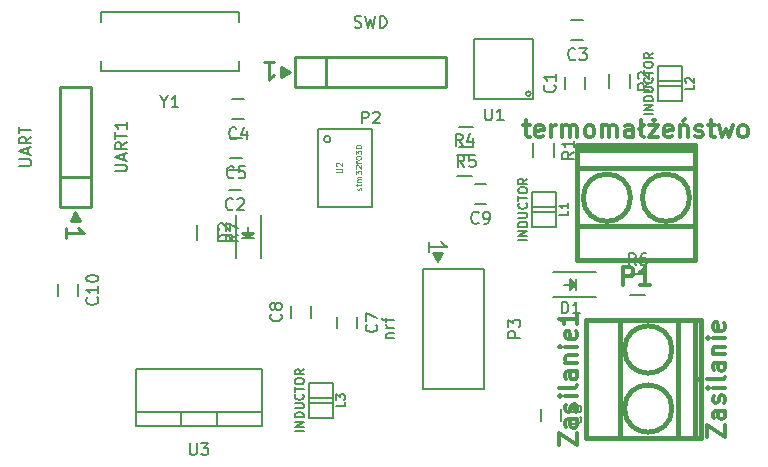
<source format=gbr>
G04 #@! TF.FileFunction,Legend,Top*
%FSLAX46Y46*%
G04 Gerber Fmt 4.6, Leading zero omitted, Abs format (unit mm)*
G04 Created by KiCad (PCBNEW 4.0.4-stable) date 11/15/16 10:44:39*
%MOMM*%
%LPD*%
G01*
G04 APERTURE LIST*
%ADD10C,0.100000*%
%ADD11C,0.381000*%
%ADD12C,0.127000*%
%ADD13C,0.150000*%
%ADD14C,0.149860*%
%ADD15C,0.254000*%
%ADD16C,0.198120*%
%ADD17C,0.300000*%
%ADD18C,0.099060*%
%ADD19C,0.195580*%
G04 APERTURE END LIST*
D10*
D11*
X175900000Y-110700000D02*
X176400000Y-110700000D01*
X173900000Y-108200000D02*
G75*
G03X173900000Y-108200000I-2000000J0D01*
G01*
X173900000Y-113200000D02*
G75*
G03X173900000Y-113200000I-2000000J0D01*
G01*
X174400000Y-115700000D02*
X174400000Y-105700000D01*
X169500000Y-115700000D02*
X169500000Y-105700000D01*
X175900000Y-115700000D02*
X175900000Y-105700000D01*
X176400000Y-115700000D02*
X176400000Y-105700000D01*
X176400000Y-105700000D02*
X166600000Y-105700000D01*
X166600000Y-105700000D02*
X166600000Y-115700000D01*
X166600000Y-115700000D02*
X176400000Y-115700000D01*
D12*
X148536000Y-96102000D02*
X148536000Y-89498000D01*
X148536000Y-89498000D02*
X143964000Y-89498000D01*
X143964000Y-89498000D02*
X143964000Y-96102000D01*
X143964000Y-96102000D02*
X148536000Y-96102000D01*
X145009981Y-90387000D02*
G75*
G03X145009981Y-90387000I-283981J0D01*
G01*
D13*
X164850000Y-85150000D02*
X164850000Y-86150000D01*
X166550000Y-86150000D02*
X166550000Y-85150000D01*
X136400000Y-94700000D02*
X137400000Y-94700000D01*
X137400000Y-93000000D02*
X136400000Y-93000000D01*
X165400000Y-82000000D02*
X166400000Y-82000000D01*
X166400000Y-80300000D02*
X165400000Y-80300000D01*
X136700000Y-88700000D02*
X137700000Y-88700000D01*
X137700000Y-87000000D02*
X136700000Y-87000000D01*
X136500000Y-92000000D02*
X137500000Y-92000000D01*
X137500000Y-90300000D02*
X136500000Y-90300000D01*
X164520000Y-114240000D02*
X164520000Y-113240000D01*
X162820000Y-113240000D02*
X162820000Y-114240000D01*
X147270000Y-106420000D02*
X147270000Y-105420000D01*
X145570000Y-105420000D02*
X145570000Y-106420000D01*
X157200000Y-95850000D02*
X158200000Y-95850000D01*
X158200000Y-94150000D02*
X157200000Y-94150000D01*
X167450000Y-101650000D02*
X163850000Y-101650000D01*
X167450000Y-103750000D02*
X163850000Y-103750000D01*
X165400000Y-103000000D02*
X165400000Y-102400000D01*
X165400000Y-102400000D02*
X165700000Y-102700000D01*
X165700000Y-102700000D02*
X165500000Y-102900000D01*
X165500000Y-102900000D02*
X165500000Y-102650000D01*
X165500000Y-102650000D02*
X165550000Y-102700000D01*
X165800000Y-103200000D02*
X165800000Y-102200000D01*
X165300000Y-102700000D02*
X164800000Y-102700000D01*
X165800000Y-102700000D02*
X165300000Y-103200000D01*
X165300000Y-103200000D02*
X165300000Y-102200000D01*
X165300000Y-102200000D02*
X165800000Y-102700000D01*
X139100000Y-100450000D02*
X139100000Y-96850000D01*
X137000000Y-100450000D02*
X137000000Y-96850000D01*
X137750000Y-98400000D02*
X138350000Y-98400000D01*
X138350000Y-98400000D02*
X138050000Y-98700000D01*
X138050000Y-98700000D02*
X137850000Y-98500000D01*
X137850000Y-98500000D02*
X138100000Y-98500000D01*
X138100000Y-98500000D02*
X138050000Y-98550000D01*
X137550000Y-98800000D02*
X138550000Y-98800000D01*
X138050000Y-98300000D02*
X138050000Y-97800000D01*
X138050000Y-98800000D02*
X137550000Y-98300000D01*
X137550000Y-98300000D02*
X138550000Y-98300000D01*
X138550000Y-98300000D02*
X138050000Y-98800000D01*
D14*
X162099240Y-96550660D02*
X164100760Y-96550660D01*
X164100760Y-96149340D02*
X162099240Y-96149340D01*
X164100760Y-94848860D02*
X164100760Y-97851140D01*
X164100760Y-97851140D02*
X162099240Y-97851140D01*
X162099240Y-97851140D02*
X162099240Y-94848860D01*
X162099240Y-94848860D02*
X164100760Y-94848860D01*
X172749240Y-85900660D02*
X174750760Y-85900660D01*
X174750760Y-85499340D02*
X172749240Y-85499340D01*
X174750760Y-84198860D02*
X174750760Y-87201140D01*
X174750760Y-87201140D02*
X172749240Y-87201140D01*
X172749240Y-87201140D02*
X172749240Y-84198860D01*
X172749240Y-84198860D02*
X174750760Y-84198860D01*
X143199240Y-112700660D02*
X145200760Y-112700660D01*
X145200760Y-112299340D02*
X143199240Y-112299340D01*
X145200760Y-110998860D02*
X145200760Y-114001140D01*
X145200760Y-114001140D02*
X143199240Y-114001140D01*
X143199240Y-114001140D02*
X143199240Y-110998860D01*
X143199240Y-110998860D02*
X145200760Y-110998860D01*
D11*
X170900000Y-91350000D02*
X170900000Y-90850000D01*
X170400000Y-95350000D02*
G75*
G03X170400000Y-95350000I-2000000J0D01*
G01*
X175400000Y-95350000D02*
G75*
G03X175400000Y-95350000I-2000000J0D01*
G01*
X175900000Y-92850000D02*
X165900000Y-92850000D01*
X175900000Y-97750000D02*
X165900000Y-97750000D01*
X175900000Y-91350000D02*
X165900000Y-91350000D01*
X175900000Y-90850000D02*
X165900000Y-90850000D01*
X165900000Y-90850000D02*
X165900000Y-100650000D01*
X165900000Y-100650000D02*
X175900000Y-100650000D01*
X175900000Y-100650000D02*
X175900000Y-90850000D01*
D15*
X144600000Y-83400000D02*
X144600000Y-86000000D01*
X154800000Y-86000000D02*
X142000000Y-86000000D01*
X142000000Y-86000000D02*
X142000000Y-83400000D01*
X142000000Y-83400000D02*
X154800000Y-83400000D01*
X154800000Y-83400000D02*
X154800000Y-86000000D01*
X139360000Y-83890000D02*
X139800000Y-83890000D01*
X140250000Y-84950000D02*
X140120000Y-85030000D01*
X140120000Y-85030000D02*
X139960000Y-85160000D01*
X139960000Y-85160000D02*
X139820000Y-85330000D01*
X139820000Y-85330000D02*
X139790000Y-85420000D01*
X139790000Y-85420000D02*
X139790000Y-83890000D01*
X139790000Y-83890000D02*
X140230000Y-83890000D01*
X141300000Y-84600000D02*
X141300000Y-84800000D01*
X141200000Y-84800000D02*
X141200000Y-84600000D01*
X141100000Y-84500000D02*
X141100000Y-84900000D01*
X141000000Y-84900000D02*
X141000000Y-84500000D01*
X140900000Y-84400000D02*
X140900000Y-85000000D01*
X141600000Y-84700000D02*
X140800000Y-84300000D01*
X140800000Y-84300000D02*
X140800000Y-85100000D01*
X140800000Y-85100000D02*
X141600000Y-84700000D01*
D16*
X152810000Y-111530000D02*
X152810000Y-101370000D01*
X158010000Y-101370000D02*
X158010000Y-111530000D01*
X152810000Y-111530000D02*
X158010000Y-111530000D01*
X158010000Y-101370000D02*
X152810000Y-101370000D01*
X153300000Y-99930000D02*
X153300000Y-99490000D01*
X154360000Y-99040000D02*
X154440000Y-99170000D01*
X154440000Y-99170000D02*
X154570000Y-99330000D01*
X154570000Y-99330000D02*
X154740000Y-99470000D01*
X154740000Y-99470000D02*
X154830000Y-99500000D01*
X154830000Y-99500000D02*
X153300000Y-99500000D01*
X153300000Y-99500000D02*
X153300000Y-99060000D01*
X154010000Y-100490000D02*
X154210000Y-100490000D01*
X154210000Y-100390000D02*
X154010000Y-100390000D01*
X153910000Y-100290000D02*
X154310000Y-100290000D01*
X154310000Y-100190000D02*
X153910000Y-100190000D01*
X153810000Y-100090000D02*
X154410000Y-100090000D01*
X154110000Y-100790000D02*
X153710000Y-99990000D01*
X153710000Y-99990000D02*
X154510000Y-99990000D01*
X154510000Y-99990000D02*
X154110000Y-100790000D01*
D13*
X162175000Y-91900000D02*
X162175000Y-90700000D01*
X163925000Y-90700000D02*
X163925000Y-91900000D01*
X168575000Y-86100000D02*
X168575000Y-84900000D01*
X170325000Y-84900000D02*
X170325000Y-86100000D01*
X156950000Y-93475000D02*
X155750000Y-93475000D01*
X155750000Y-91725000D02*
X156950000Y-91725000D01*
X155900000Y-89325000D02*
X157100000Y-89325000D01*
X157100000Y-91075000D02*
X155900000Y-91075000D01*
X171600000Y-103575000D02*
X170400000Y-103575000D01*
X170400000Y-101825000D02*
X171600000Y-101825000D01*
X133725000Y-98900000D02*
X133725000Y-97700000D01*
X135475000Y-97700000D02*
X135475000Y-98900000D01*
X161950000Y-86550000D02*
G75*
G03X161950000Y-86550000I-200000J0D01*
G01*
X162150000Y-86950000D02*
X162150000Y-81950000D01*
X162150000Y-81950000D02*
X157150000Y-81950000D01*
X157150000Y-81950000D02*
X157150000Y-86950000D01*
X157150000Y-86950000D02*
X162150000Y-86950000D01*
X135374000Y-114648000D02*
X135374000Y-113505000D01*
X132326000Y-114648000D02*
X132326000Y-113505000D01*
X128516000Y-113505000D02*
X128516000Y-109822000D01*
X128516000Y-109822000D02*
X139184000Y-109822000D01*
X139184000Y-109822000D02*
X139184000Y-113505000D01*
X128516000Y-114648000D02*
X128516000Y-113505000D01*
X128516000Y-113505000D02*
X139184000Y-113505000D01*
X139184000Y-113505000D02*
X139184000Y-114648000D01*
X133850000Y-114648000D02*
X139184000Y-114648000D01*
X133850000Y-114648000D02*
X128516000Y-114648000D01*
D15*
X122110000Y-93560000D02*
X124710000Y-93560000D01*
X124710000Y-85960000D02*
X124710000Y-96160000D01*
X124710000Y-96160000D02*
X122110000Y-96160000D01*
X122110000Y-96160000D02*
X122110000Y-85960000D01*
X122110000Y-85960000D02*
X124710000Y-85960000D01*
X122600000Y-98800000D02*
X122600000Y-98360000D01*
X123660000Y-97910000D02*
X123740000Y-98040000D01*
X123740000Y-98040000D02*
X123870000Y-98200000D01*
X123870000Y-98200000D02*
X124040000Y-98340000D01*
X124040000Y-98340000D02*
X124130000Y-98370000D01*
X124130000Y-98370000D02*
X122600000Y-98370000D01*
X122600000Y-98370000D02*
X122600000Y-97930000D01*
X123310000Y-96860000D02*
X123510000Y-96860000D01*
X123510000Y-96960000D02*
X123310000Y-96960000D01*
X123210000Y-97060000D02*
X123610000Y-97060000D01*
X123610000Y-97160000D02*
X123210000Y-97160000D01*
X123110000Y-97260000D02*
X123710000Y-97260000D01*
X123410000Y-96560000D02*
X123010000Y-97360000D01*
X123010000Y-97360000D02*
X123810000Y-97360000D01*
X123810000Y-97360000D02*
X123410000Y-96560000D01*
D13*
X137249620Y-79650640D02*
X125550380Y-79650640D01*
X125550380Y-84649360D02*
X137249620Y-84649360D01*
X125550380Y-79650640D02*
X125550380Y-80499000D01*
X125550380Y-84649360D02*
X125550380Y-83801000D01*
X137249620Y-79650640D02*
X137249620Y-80499000D01*
X137249620Y-84649360D02*
X137249620Y-83801000D01*
X141680000Y-104540000D02*
X141680000Y-105540000D01*
X143380000Y-105540000D02*
X143380000Y-104540000D01*
X123620000Y-103650000D02*
X123620000Y-102650000D01*
X121920000Y-102650000D02*
X121920000Y-103650000D01*
D17*
X164378571Y-116307142D02*
X164378571Y-115307142D01*
X165878571Y-116307142D01*
X165878571Y-115307142D01*
X165878571Y-114092857D02*
X165092857Y-114092857D01*
X164950000Y-114164286D01*
X164878571Y-114307143D01*
X164878571Y-114592857D01*
X164950000Y-114735714D01*
X165807143Y-114092857D02*
X165878571Y-114235714D01*
X165878571Y-114592857D01*
X165807143Y-114735714D01*
X165664286Y-114807143D01*
X165521429Y-114807143D01*
X165378571Y-114735714D01*
X165307143Y-114592857D01*
X165307143Y-114235714D01*
X165235714Y-114092857D01*
X165807143Y-113450000D02*
X165878571Y-113307143D01*
X165878571Y-113021428D01*
X165807143Y-112878571D01*
X165664286Y-112807143D01*
X165592857Y-112807143D01*
X165450000Y-112878571D01*
X165378571Y-113021428D01*
X165378571Y-113235714D01*
X165307143Y-113378571D01*
X165164286Y-113450000D01*
X165092857Y-113450000D01*
X164950000Y-113378571D01*
X164878571Y-113235714D01*
X164878571Y-113021428D01*
X164950000Y-112878571D01*
X165878571Y-112164285D02*
X164878571Y-112164285D01*
X164378571Y-112164285D02*
X164450000Y-112235714D01*
X164521429Y-112164285D01*
X164450000Y-112092857D01*
X164378571Y-112164285D01*
X164521429Y-112164285D01*
X165878571Y-111235713D02*
X165807143Y-111378571D01*
X165664286Y-111449999D01*
X164378571Y-111449999D01*
X165878571Y-110021428D02*
X165092857Y-110021428D01*
X164950000Y-110092857D01*
X164878571Y-110235714D01*
X164878571Y-110521428D01*
X164950000Y-110664285D01*
X165807143Y-110021428D02*
X165878571Y-110164285D01*
X165878571Y-110521428D01*
X165807143Y-110664285D01*
X165664286Y-110735714D01*
X165521429Y-110735714D01*
X165378571Y-110664285D01*
X165307143Y-110521428D01*
X165307143Y-110164285D01*
X165235714Y-110021428D01*
X164878571Y-109307142D02*
X165878571Y-109307142D01*
X165021429Y-109307142D02*
X164950000Y-109235714D01*
X164878571Y-109092856D01*
X164878571Y-108878571D01*
X164950000Y-108735714D01*
X165092857Y-108664285D01*
X165878571Y-108664285D01*
X165878571Y-107949999D02*
X164878571Y-107949999D01*
X164378571Y-107949999D02*
X164450000Y-108021428D01*
X164521429Y-107949999D01*
X164450000Y-107878571D01*
X164378571Y-107949999D01*
X164521429Y-107949999D01*
X165807143Y-106664285D02*
X165878571Y-106807142D01*
X165878571Y-107092856D01*
X165807143Y-107235713D01*
X165664286Y-107307142D01*
X165092857Y-107307142D01*
X164950000Y-107235713D01*
X164878571Y-107092856D01*
X164878571Y-106807142D01*
X164950000Y-106664285D01*
X165092857Y-106592856D01*
X165235714Y-106592856D01*
X165378571Y-107307142D01*
X165878571Y-105164285D02*
X165878571Y-106021428D01*
X165878571Y-105592856D02*
X164378571Y-105592856D01*
X164592857Y-105735713D01*
X164735714Y-105878571D01*
X164807143Y-106021428D01*
X176878571Y-115592857D02*
X176878571Y-114592857D01*
X178378571Y-115592857D01*
X178378571Y-114592857D01*
X178378571Y-113378572D02*
X177592857Y-113378572D01*
X177450000Y-113450001D01*
X177378571Y-113592858D01*
X177378571Y-113878572D01*
X177450000Y-114021429D01*
X178307143Y-113378572D02*
X178378571Y-113521429D01*
X178378571Y-113878572D01*
X178307143Y-114021429D01*
X178164286Y-114092858D01*
X178021429Y-114092858D01*
X177878571Y-114021429D01*
X177807143Y-113878572D01*
X177807143Y-113521429D01*
X177735714Y-113378572D01*
X178307143Y-112735715D02*
X178378571Y-112592858D01*
X178378571Y-112307143D01*
X178307143Y-112164286D01*
X178164286Y-112092858D01*
X178092857Y-112092858D01*
X177950000Y-112164286D01*
X177878571Y-112307143D01*
X177878571Y-112521429D01*
X177807143Y-112664286D01*
X177664286Y-112735715D01*
X177592857Y-112735715D01*
X177450000Y-112664286D01*
X177378571Y-112521429D01*
X177378571Y-112307143D01*
X177450000Y-112164286D01*
X178378571Y-111450000D02*
X177378571Y-111450000D01*
X176878571Y-111450000D02*
X176950000Y-111521429D01*
X177021429Y-111450000D01*
X176950000Y-111378572D01*
X176878571Y-111450000D01*
X177021429Y-111450000D01*
X178378571Y-110521428D02*
X178307143Y-110664286D01*
X178164286Y-110735714D01*
X176878571Y-110735714D01*
X178378571Y-109307143D02*
X177592857Y-109307143D01*
X177450000Y-109378572D01*
X177378571Y-109521429D01*
X177378571Y-109807143D01*
X177450000Y-109950000D01*
X178307143Y-109307143D02*
X178378571Y-109450000D01*
X178378571Y-109807143D01*
X178307143Y-109950000D01*
X178164286Y-110021429D01*
X178021429Y-110021429D01*
X177878571Y-109950000D01*
X177807143Y-109807143D01*
X177807143Y-109450000D01*
X177735714Y-109307143D01*
X177378571Y-108592857D02*
X178378571Y-108592857D01*
X177521429Y-108592857D02*
X177450000Y-108521429D01*
X177378571Y-108378571D01*
X177378571Y-108164286D01*
X177450000Y-108021429D01*
X177592857Y-107950000D01*
X178378571Y-107950000D01*
X178378571Y-107235714D02*
X177378571Y-107235714D01*
X176878571Y-107235714D02*
X176950000Y-107307143D01*
X177021429Y-107235714D01*
X176950000Y-107164286D01*
X176878571Y-107235714D01*
X177021429Y-107235714D01*
X178307143Y-105950000D02*
X178378571Y-106092857D01*
X178378571Y-106378571D01*
X178307143Y-106521428D01*
X178164286Y-106592857D01*
X177592857Y-106592857D01*
X177450000Y-106521428D01*
X177378571Y-106378571D01*
X177378571Y-106092857D01*
X177450000Y-105950000D01*
X177592857Y-105878571D01*
X177735714Y-105878571D01*
X177878571Y-106592857D01*
D18*
X145467982Y-93181242D02*
X145873052Y-93181242D01*
X145920707Y-93157414D01*
X145944535Y-93133587D01*
X145968362Y-93085931D01*
X145968362Y-92990621D01*
X145944535Y-92942966D01*
X145920707Y-92919138D01*
X145873052Y-92895310D01*
X145467982Y-92895310D01*
X145515638Y-92680862D02*
X145491810Y-92657034D01*
X145467982Y-92609379D01*
X145467982Y-92490241D01*
X145491810Y-92442585D01*
X145515638Y-92418758D01*
X145563293Y-92394930D01*
X145610948Y-92394930D01*
X145682431Y-92418758D01*
X145968362Y-92704689D01*
X145968362Y-92394930D01*
X147595535Y-94718122D02*
X147619362Y-94670466D01*
X147619362Y-94575156D01*
X147595535Y-94527501D01*
X147547880Y-94503673D01*
X147524052Y-94503673D01*
X147476397Y-94527501D01*
X147452569Y-94575156D01*
X147452569Y-94646639D01*
X147428741Y-94694294D01*
X147381086Y-94718122D01*
X147357259Y-94718122D01*
X147309603Y-94694294D01*
X147285776Y-94646639D01*
X147285776Y-94575156D01*
X147309603Y-94527501D01*
X147285776Y-94360707D02*
X147285776Y-94170086D01*
X147118982Y-94289224D02*
X147547880Y-94289224D01*
X147595535Y-94265396D01*
X147619362Y-94217741D01*
X147619362Y-94170086D01*
X147619362Y-94003293D02*
X147285776Y-94003293D01*
X147333431Y-94003293D02*
X147309603Y-93979465D01*
X147285776Y-93931810D01*
X147285776Y-93860327D01*
X147309603Y-93812672D01*
X147357259Y-93788844D01*
X147619362Y-93788844D01*
X147357259Y-93788844D02*
X147309603Y-93765017D01*
X147285776Y-93717361D01*
X147285776Y-93645879D01*
X147309603Y-93598223D01*
X147357259Y-93574396D01*
X147619362Y-93574396D01*
X147118982Y-93383775D02*
X147118982Y-93074016D01*
X147309603Y-93240809D01*
X147309603Y-93169327D01*
X147333431Y-93121671D01*
X147357259Y-93097844D01*
X147404914Y-93074016D01*
X147524052Y-93074016D01*
X147571707Y-93097844D01*
X147595535Y-93121671D01*
X147619362Y-93169327D01*
X147619362Y-93312292D01*
X147595535Y-93359948D01*
X147571707Y-93383775D01*
X147166638Y-92883396D02*
X147142810Y-92859568D01*
X147118982Y-92811913D01*
X147118982Y-92692775D01*
X147142810Y-92645119D01*
X147166638Y-92621292D01*
X147214293Y-92597464D01*
X147261948Y-92597464D01*
X147333431Y-92621292D01*
X147619362Y-92907223D01*
X147619362Y-92597464D01*
X147285776Y-92454499D02*
X147285776Y-92263878D01*
X147619362Y-92383016D02*
X147190465Y-92383016D01*
X147142810Y-92359188D01*
X147118982Y-92311533D01*
X147118982Y-92263878D01*
X147118982Y-92001774D02*
X147118982Y-91954119D01*
X147142810Y-91906464D01*
X147166638Y-91882636D01*
X147214293Y-91858809D01*
X147309603Y-91834981D01*
X147428741Y-91834981D01*
X147524052Y-91858809D01*
X147571707Y-91882636D01*
X147595535Y-91906464D01*
X147619362Y-91954119D01*
X147619362Y-92001774D01*
X147595535Y-92049430D01*
X147571707Y-92073257D01*
X147524052Y-92097085D01*
X147428741Y-92120913D01*
X147309603Y-92120913D01*
X147214293Y-92097085D01*
X147166638Y-92073257D01*
X147142810Y-92049430D01*
X147118982Y-92001774D01*
X147118982Y-91668188D02*
X147118982Y-91358429D01*
X147309603Y-91525222D01*
X147309603Y-91453740D01*
X147333431Y-91406084D01*
X147357259Y-91382257D01*
X147404914Y-91358429D01*
X147524052Y-91358429D01*
X147571707Y-91382257D01*
X147595535Y-91406084D01*
X147619362Y-91453740D01*
X147619362Y-91596705D01*
X147595535Y-91644361D01*
X147571707Y-91668188D01*
X147118982Y-91048670D02*
X147118982Y-91001015D01*
X147142810Y-90953360D01*
X147166638Y-90929532D01*
X147214293Y-90905705D01*
X147309603Y-90881877D01*
X147428741Y-90881877D01*
X147524052Y-90905705D01*
X147571707Y-90929532D01*
X147595535Y-90953360D01*
X147619362Y-91001015D01*
X147619362Y-91048670D01*
X147595535Y-91096326D01*
X147571707Y-91120153D01*
X147524052Y-91143981D01*
X147428741Y-91167809D01*
X147309603Y-91167809D01*
X147214293Y-91143981D01*
X147166638Y-91120153D01*
X147142810Y-91096326D01*
X147118982Y-91048670D01*
D13*
X163957143Y-85816666D02*
X164004762Y-85864285D01*
X164052381Y-86007142D01*
X164052381Y-86102380D01*
X164004762Y-86245238D01*
X163909524Y-86340476D01*
X163814286Y-86388095D01*
X163623810Y-86435714D01*
X163480952Y-86435714D01*
X163290476Y-86388095D01*
X163195238Y-86340476D01*
X163100000Y-86245238D01*
X163052381Y-86102380D01*
X163052381Y-86007142D01*
X163100000Y-85864285D01*
X163147619Y-85816666D01*
X164052381Y-84864285D02*
X164052381Y-85435714D01*
X164052381Y-85150000D02*
X163052381Y-85150000D01*
X163195238Y-85245238D01*
X163290476Y-85340476D01*
X163338095Y-85435714D01*
X136733334Y-96307143D02*
X136685715Y-96354762D01*
X136542858Y-96402381D01*
X136447620Y-96402381D01*
X136304762Y-96354762D01*
X136209524Y-96259524D01*
X136161905Y-96164286D01*
X136114286Y-95973810D01*
X136114286Y-95830952D01*
X136161905Y-95640476D01*
X136209524Y-95545238D01*
X136304762Y-95450000D01*
X136447620Y-95402381D01*
X136542858Y-95402381D01*
X136685715Y-95450000D01*
X136733334Y-95497619D01*
X137114286Y-95497619D02*
X137161905Y-95450000D01*
X137257143Y-95402381D01*
X137495239Y-95402381D01*
X137590477Y-95450000D01*
X137638096Y-95497619D01*
X137685715Y-95592857D01*
X137685715Y-95688095D01*
X137638096Y-95830952D01*
X137066667Y-96402381D01*
X137685715Y-96402381D01*
X165733334Y-83607143D02*
X165685715Y-83654762D01*
X165542858Y-83702381D01*
X165447620Y-83702381D01*
X165304762Y-83654762D01*
X165209524Y-83559524D01*
X165161905Y-83464286D01*
X165114286Y-83273810D01*
X165114286Y-83130952D01*
X165161905Y-82940476D01*
X165209524Y-82845238D01*
X165304762Y-82750000D01*
X165447620Y-82702381D01*
X165542858Y-82702381D01*
X165685715Y-82750000D01*
X165733334Y-82797619D01*
X166066667Y-82702381D02*
X166685715Y-82702381D01*
X166352381Y-83083333D01*
X166495239Y-83083333D01*
X166590477Y-83130952D01*
X166638096Y-83178571D01*
X166685715Y-83273810D01*
X166685715Y-83511905D01*
X166638096Y-83607143D01*
X166590477Y-83654762D01*
X166495239Y-83702381D01*
X166209524Y-83702381D01*
X166114286Y-83654762D01*
X166066667Y-83607143D01*
X137033334Y-90307143D02*
X136985715Y-90354762D01*
X136842858Y-90402381D01*
X136747620Y-90402381D01*
X136604762Y-90354762D01*
X136509524Y-90259524D01*
X136461905Y-90164286D01*
X136414286Y-89973810D01*
X136414286Y-89830952D01*
X136461905Y-89640476D01*
X136509524Y-89545238D01*
X136604762Y-89450000D01*
X136747620Y-89402381D01*
X136842858Y-89402381D01*
X136985715Y-89450000D01*
X137033334Y-89497619D01*
X137890477Y-89735714D02*
X137890477Y-90402381D01*
X137652381Y-89354762D02*
X137414286Y-90069048D01*
X138033334Y-90069048D01*
X136833334Y-93607143D02*
X136785715Y-93654762D01*
X136642858Y-93702381D01*
X136547620Y-93702381D01*
X136404762Y-93654762D01*
X136309524Y-93559524D01*
X136261905Y-93464286D01*
X136214286Y-93273810D01*
X136214286Y-93130952D01*
X136261905Y-92940476D01*
X136309524Y-92845238D01*
X136404762Y-92750000D01*
X136547620Y-92702381D01*
X136642858Y-92702381D01*
X136785715Y-92750000D01*
X136833334Y-92797619D01*
X137738096Y-92702381D02*
X137261905Y-92702381D01*
X137214286Y-93178571D01*
X137261905Y-93130952D01*
X137357143Y-93083333D01*
X137595239Y-93083333D01*
X137690477Y-93130952D01*
X137738096Y-93178571D01*
X137785715Y-93273810D01*
X137785715Y-93511905D01*
X137738096Y-93607143D01*
X137690477Y-93654762D01*
X137595239Y-93702381D01*
X137357143Y-93702381D01*
X137261905Y-93654762D01*
X137214286Y-93607143D01*
X166127143Y-113906666D02*
X166174762Y-113954285D01*
X166222381Y-114097142D01*
X166222381Y-114192380D01*
X166174762Y-114335238D01*
X166079524Y-114430476D01*
X165984286Y-114478095D01*
X165793810Y-114525714D01*
X165650952Y-114525714D01*
X165460476Y-114478095D01*
X165365238Y-114430476D01*
X165270000Y-114335238D01*
X165222381Y-114192380D01*
X165222381Y-114097142D01*
X165270000Y-113954285D01*
X165317619Y-113906666D01*
X165222381Y-113049523D02*
X165222381Y-113240000D01*
X165270000Y-113335238D01*
X165317619Y-113382857D01*
X165460476Y-113478095D01*
X165650952Y-113525714D01*
X166031905Y-113525714D01*
X166127143Y-113478095D01*
X166174762Y-113430476D01*
X166222381Y-113335238D01*
X166222381Y-113144761D01*
X166174762Y-113049523D01*
X166127143Y-113001904D01*
X166031905Y-112954285D01*
X165793810Y-112954285D01*
X165698571Y-113001904D01*
X165650952Y-113049523D01*
X165603333Y-113144761D01*
X165603333Y-113335238D01*
X165650952Y-113430476D01*
X165698571Y-113478095D01*
X165793810Y-113525714D01*
X148877143Y-106086666D02*
X148924762Y-106134285D01*
X148972381Y-106277142D01*
X148972381Y-106372380D01*
X148924762Y-106515238D01*
X148829524Y-106610476D01*
X148734286Y-106658095D01*
X148543810Y-106705714D01*
X148400952Y-106705714D01*
X148210476Y-106658095D01*
X148115238Y-106610476D01*
X148020000Y-106515238D01*
X147972381Y-106372380D01*
X147972381Y-106277142D01*
X148020000Y-106134285D01*
X148067619Y-106086666D01*
X147972381Y-105753333D02*
X147972381Y-105086666D01*
X148972381Y-105515238D01*
X157533334Y-97457143D02*
X157485715Y-97504762D01*
X157342858Y-97552381D01*
X157247620Y-97552381D01*
X157104762Y-97504762D01*
X157009524Y-97409524D01*
X156961905Y-97314286D01*
X156914286Y-97123810D01*
X156914286Y-96980952D01*
X156961905Y-96790476D01*
X157009524Y-96695238D01*
X157104762Y-96600000D01*
X157247620Y-96552381D01*
X157342858Y-96552381D01*
X157485715Y-96600000D01*
X157533334Y-96647619D01*
X158009524Y-97552381D02*
X158200000Y-97552381D01*
X158295239Y-97504762D01*
X158342858Y-97457143D01*
X158438096Y-97314286D01*
X158485715Y-97123810D01*
X158485715Y-96742857D01*
X158438096Y-96647619D01*
X158390477Y-96600000D01*
X158295239Y-96552381D01*
X158104762Y-96552381D01*
X158009524Y-96600000D01*
X157961905Y-96647619D01*
X157914286Y-96742857D01*
X157914286Y-96980952D01*
X157961905Y-97076190D01*
X158009524Y-97123810D01*
X158104762Y-97171429D01*
X158295239Y-97171429D01*
X158390477Y-97123810D01*
X158438096Y-97076190D01*
X158485715Y-96980952D01*
X164561905Y-105152381D02*
X164561905Y-104152381D01*
X164800000Y-104152381D01*
X164942858Y-104200000D01*
X165038096Y-104295238D01*
X165085715Y-104390476D01*
X165133334Y-104580952D01*
X165133334Y-104723810D01*
X165085715Y-104914286D01*
X165038096Y-105009524D01*
X164942858Y-105104762D01*
X164800000Y-105152381D01*
X164561905Y-105152381D01*
X166085715Y-105152381D02*
X165514286Y-105152381D01*
X165800000Y-105152381D02*
X165800000Y-104152381D01*
X165704762Y-104295238D01*
X165609524Y-104390476D01*
X165514286Y-104438095D01*
X136502381Y-99038095D02*
X135502381Y-99038095D01*
X135502381Y-98800000D01*
X135550000Y-98657142D01*
X135645238Y-98561904D01*
X135740476Y-98514285D01*
X135930952Y-98466666D01*
X136073810Y-98466666D01*
X136264286Y-98514285D01*
X136359524Y-98561904D01*
X136454762Y-98657142D01*
X136502381Y-98800000D01*
X136502381Y-99038095D01*
X135597619Y-98085714D02*
X135550000Y-98038095D01*
X135502381Y-97942857D01*
X135502381Y-97704761D01*
X135550000Y-97609523D01*
X135597619Y-97561904D01*
X135692857Y-97514285D01*
X135788095Y-97514285D01*
X135930952Y-97561904D01*
X136502381Y-98133333D01*
X136502381Y-97514285D01*
D14*
X165138229Y-96474883D02*
X165138229Y-96831692D01*
X164388929Y-96831692D01*
X165138229Y-95832626D02*
X165138229Y-96260797D01*
X165138229Y-96046711D02*
X164388929Y-96046711D01*
X164495972Y-96118073D01*
X164567334Y-96189435D01*
X164603015Y-96260797D01*
X161638109Y-98936869D02*
X160888809Y-98936869D01*
X161638109Y-98580059D02*
X160888809Y-98580059D01*
X161638109Y-98151888D01*
X160888809Y-98151888D01*
X161638109Y-97795078D02*
X160888809Y-97795078D01*
X160888809Y-97616673D01*
X160924490Y-97509631D01*
X160995852Y-97438269D01*
X161067214Y-97402588D01*
X161209938Y-97366907D01*
X161316980Y-97366907D01*
X161459704Y-97402588D01*
X161531066Y-97438269D01*
X161602428Y-97509631D01*
X161638109Y-97616673D01*
X161638109Y-97795078D01*
X160888809Y-97045778D02*
X161495385Y-97045778D01*
X161566747Y-97010097D01*
X161602428Y-96974416D01*
X161638109Y-96903054D01*
X161638109Y-96760331D01*
X161602428Y-96688969D01*
X161566747Y-96653288D01*
X161495385Y-96617607D01*
X160888809Y-96617607D01*
X161566747Y-95832626D02*
X161602428Y-95868307D01*
X161638109Y-95975350D01*
X161638109Y-96046712D01*
X161602428Y-96153754D01*
X161531066Y-96225116D01*
X161459704Y-96260797D01*
X161316980Y-96296478D01*
X161209938Y-96296478D01*
X161067214Y-96260797D01*
X160995852Y-96225116D01*
X160924490Y-96153754D01*
X160888809Y-96046712D01*
X160888809Y-95975350D01*
X160924490Y-95868307D01*
X160960171Y-95832626D01*
X160888809Y-95618540D02*
X160888809Y-95190369D01*
X161638109Y-95404454D02*
X160888809Y-95404454D01*
X160888809Y-94797878D02*
X160888809Y-94655155D01*
X160924490Y-94583793D01*
X160995852Y-94512431D01*
X161138576Y-94476750D01*
X161388342Y-94476750D01*
X161531066Y-94512431D01*
X161602428Y-94583793D01*
X161638109Y-94655155D01*
X161638109Y-94797878D01*
X161602428Y-94869240D01*
X161531066Y-94940602D01*
X161388342Y-94976283D01*
X161138576Y-94976283D01*
X160995852Y-94940602D01*
X160924490Y-94869240D01*
X160888809Y-94797878D01*
X161638109Y-93727450D02*
X161281300Y-93977216D01*
X161638109Y-94155621D02*
X160888809Y-94155621D01*
X160888809Y-93870174D01*
X160924490Y-93798812D01*
X160960171Y-93763131D01*
X161031533Y-93727450D01*
X161138576Y-93727450D01*
X161209938Y-93763131D01*
X161245619Y-93798812D01*
X161281300Y-93870174D01*
X161281300Y-94155621D01*
X175788229Y-85824883D02*
X175788229Y-86181692D01*
X175038929Y-86181692D01*
X175110291Y-85610797D02*
X175074610Y-85575116D01*
X175038929Y-85503754D01*
X175038929Y-85325350D01*
X175074610Y-85253988D01*
X175110291Y-85218307D01*
X175181653Y-85182626D01*
X175253015Y-85182626D01*
X175360058Y-85218307D01*
X175788229Y-85646478D01*
X175788229Y-85182626D01*
X172288109Y-88286869D02*
X171538809Y-88286869D01*
X172288109Y-87930059D02*
X171538809Y-87930059D01*
X172288109Y-87501888D01*
X171538809Y-87501888D01*
X172288109Y-87145078D02*
X171538809Y-87145078D01*
X171538809Y-86966673D01*
X171574490Y-86859631D01*
X171645852Y-86788269D01*
X171717214Y-86752588D01*
X171859938Y-86716907D01*
X171966980Y-86716907D01*
X172109704Y-86752588D01*
X172181066Y-86788269D01*
X172252428Y-86859631D01*
X172288109Y-86966673D01*
X172288109Y-87145078D01*
X171538809Y-86395778D02*
X172145385Y-86395778D01*
X172216747Y-86360097D01*
X172252428Y-86324416D01*
X172288109Y-86253054D01*
X172288109Y-86110331D01*
X172252428Y-86038969D01*
X172216747Y-86003288D01*
X172145385Y-85967607D01*
X171538809Y-85967607D01*
X172216747Y-85182626D02*
X172252428Y-85218307D01*
X172288109Y-85325350D01*
X172288109Y-85396712D01*
X172252428Y-85503754D01*
X172181066Y-85575116D01*
X172109704Y-85610797D01*
X171966980Y-85646478D01*
X171859938Y-85646478D01*
X171717214Y-85610797D01*
X171645852Y-85575116D01*
X171574490Y-85503754D01*
X171538809Y-85396712D01*
X171538809Y-85325350D01*
X171574490Y-85218307D01*
X171610171Y-85182626D01*
X171538809Y-84968540D02*
X171538809Y-84540369D01*
X172288109Y-84754454D02*
X171538809Y-84754454D01*
X171538809Y-84147878D02*
X171538809Y-84005155D01*
X171574490Y-83933793D01*
X171645852Y-83862431D01*
X171788576Y-83826750D01*
X172038342Y-83826750D01*
X172181066Y-83862431D01*
X172252428Y-83933793D01*
X172288109Y-84005155D01*
X172288109Y-84147878D01*
X172252428Y-84219240D01*
X172181066Y-84290602D01*
X172038342Y-84326283D01*
X171788576Y-84326283D01*
X171645852Y-84290602D01*
X171574490Y-84219240D01*
X171538809Y-84147878D01*
X172288109Y-83077450D02*
X171931300Y-83327216D01*
X172288109Y-83505621D02*
X171538809Y-83505621D01*
X171538809Y-83220174D01*
X171574490Y-83148812D01*
X171610171Y-83113131D01*
X171681533Y-83077450D01*
X171788576Y-83077450D01*
X171859938Y-83113131D01*
X171895619Y-83148812D01*
X171931300Y-83220174D01*
X171931300Y-83505621D01*
X146238229Y-112624883D02*
X146238229Y-112981692D01*
X145488929Y-112981692D01*
X145488929Y-112446478D02*
X145488929Y-111982626D01*
X145774377Y-112232392D01*
X145774377Y-112125350D01*
X145810058Y-112053988D01*
X145845739Y-112018307D01*
X145917100Y-111982626D01*
X146095505Y-111982626D01*
X146166867Y-112018307D01*
X146202548Y-112053988D01*
X146238229Y-112125350D01*
X146238229Y-112339435D01*
X146202548Y-112410797D01*
X146166867Y-112446478D01*
X142738109Y-115086869D02*
X141988809Y-115086869D01*
X142738109Y-114730059D02*
X141988809Y-114730059D01*
X142738109Y-114301888D01*
X141988809Y-114301888D01*
X142738109Y-113945078D02*
X141988809Y-113945078D01*
X141988809Y-113766673D01*
X142024490Y-113659631D01*
X142095852Y-113588269D01*
X142167214Y-113552588D01*
X142309938Y-113516907D01*
X142416980Y-113516907D01*
X142559704Y-113552588D01*
X142631066Y-113588269D01*
X142702428Y-113659631D01*
X142738109Y-113766673D01*
X142738109Y-113945078D01*
X141988809Y-113195778D02*
X142595385Y-113195778D01*
X142666747Y-113160097D01*
X142702428Y-113124416D01*
X142738109Y-113053054D01*
X142738109Y-112910331D01*
X142702428Y-112838969D01*
X142666747Y-112803288D01*
X142595385Y-112767607D01*
X141988809Y-112767607D01*
X142666747Y-111982626D02*
X142702428Y-112018307D01*
X142738109Y-112125350D01*
X142738109Y-112196712D01*
X142702428Y-112303754D01*
X142631066Y-112375116D01*
X142559704Y-112410797D01*
X142416980Y-112446478D01*
X142309938Y-112446478D01*
X142167214Y-112410797D01*
X142095852Y-112375116D01*
X142024490Y-112303754D01*
X141988809Y-112196712D01*
X141988809Y-112125350D01*
X142024490Y-112018307D01*
X142060171Y-111982626D01*
X141988809Y-111768540D02*
X141988809Y-111340369D01*
X142738109Y-111554454D02*
X141988809Y-111554454D01*
X141988809Y-110947878D02*
X141988809Y-110805155D01*
X142024490Y-110733793D01*
X142095852Y-110662431D01*
X142238576Y-110626750D01*
X142488342Y-110626750D01*
X142631066Y-110662431D01*
X142702428Y-110733793D01*
X142738109Y-110805155D01*
X142738109Y-110947878D01*
X142702428Y-111019240D01*
X142631066Y-111090602D01*
X142488342Y-111126283D01*
X142238576Y-111126283D01*
X142095852Y-111090602D01*
X142024490Y-111019240D01*
X141988809Y-110947878D01*
X142738109Y-109877450D02*
X142381300Y-110127216D01*
X142738109Y-110305621D02*
X141988809Y-110305621D01*
X141988809Y-110020174D01*
X142024490Y-109948812D01*
X142060171Y-109913131D01*
X142131533Y-109877450D01*
X142238576Y-109877450D01*
X142309938Y-109913131D01*
X142345619Y-109948812D01*
X142381300Y-110020174D01*
X142381300Y-110305621D01*
D17*
X169792858Y-102728571D02*
X169792858Y-101228571D01*
X170364286Y-101228571D01*
X170507144Y-101300000D01*
X170578572Y-101371429D01*
X170650001Y-101514286D01*
X170650001Y-101728571D01*
X170578572Y-101871429D01*
X170507144Y-101942857D01*
X170364286Y-102014286D01*
X169792858Y-102014286D01*
X172078572Y-102728571D02*
X171221429Y-102728571D01*
X171650001Y-102728571D02*
X171650001Y-101228571D01*
X171507144Y-101442857D01*
X171364286Y-101585714D01*
X171221429Y-101657143D01*
X161328571Y-89228571D02*
X161900000Y-89228571D01*
X161542857Y-88728571D02*
X161542857Y-90014286D01*
X161614285Y-90157143D01*
X161757143Y-90228571D01*
X161900000Y-90228571D01*
X162971428Y-90157143D02*
X162828571Y-90228571D01*
X162542857Y-90228571D01*
X162400000Y-90157143D01*
X162328571Y-90014286D01*
X162328571Y-89442857D01*
X162400000Y-89300000D01*
X162542857Y-89228571D01*
X162828571Y-89228571D01*
X162971428Y-89300000D01*
X163042857Y-89442857D01*
X163042857Y-89585714D01*
X162328571Y-89728571D01*
X163685714Y-90228571D02*
X163685714Y-89228571D01*
X163685714Y-89514286D02*
X163757142Y-89371429D01*
X163828571Y-89300000D01*
X163971428Y-89228571D01*
X164114285Y-89228571D01*
X164614285Y-90228571D02*
X164614285Y-89228571D01*
X164614285Y-89371429D02*
X164685713Y-89300000D01*
X164828571Y-89228571D01*
X165042856Y-89228571D01*
X165185713Y-89300000D01*
X165257142Y-89442857D01*
X165257142Y-90228571D01*
X165257142Y-89442857D02*
X165328571Y-89300000D01*
X165471428Y-89228571D01*
X165685713Y-89228571D01*
X165828571Y-89300000D01*
X165899999Y-89442857D01*
X165899999Y-90228571D01*
X166828571Y-90228571D02*
X166685713Y-90157143D01*
X166614285Y-90085714D01*
X166542856Y-89942857D01*
X166542856Y-89514286D01*
X166614285Y-89371429D01*
X166685713Y-89300000D01*
X166828571Y-89228571D01*
X167042856Y-89228571D01*
X167185713Y-89300000D01*
X167257142Y-89371429D01*
X167328571Y-89514286D01*
X167328571Y-89942857D01*
X167257142Y-90085714D01*
X167185713Y-90157143D01*
X167042856Y-90228571D01*
X166828571Y-90228571D01*
X167971428Y-90228571D02*
X167971428Y-89228571D01*
X167971428Y-89371429D02*
X168042856Y-89300000D01*
X168185714Y-89228571D01*
X168399999Y-89228571D01*
X168542856Y-89300000D01*
X168614285Y-89442857D01*
X168614285Y-90228571D01*
X168614285Y-89442857D02*
X168685714Y-89300000D01*
X168828571Y-89228571D01*
X169042856Y-89228571D01*
X169185714Y-89300000D01*
X169257142Y-89442857D01*
X169257142Y-90228571D01*
X170614285Y-90228571D02*
X170614285Y-89442857D01*
X170542856Y-89300000D01*
X170399999Y-89228571D01*
X170114285Y-89228571D01*
X169971428Y-89300000D01*
X170614285Y-90157143D02*
X170471428Y-90228571D01*
X170114285Y-90228571D01*
X169971428Y-90157143D01*
X169899999Y-90014286D01*
X169899999Y-89871429D01*
X169971428Y-89728571D01*
X170114285Y-89657143D01*
X170471428Y-89657143D01*
X170614285Y-89585714D01*
X171542857Y-90228571D02*
X171399999Y-90157143D01*
X171328571Y-90014286D01*
X171328571Y-88728571D01*
X171114285Y-89514286D02*
X171542857Y-89228571D01*
X171971428Y-89228571D02*
X172757142Y-89228571D01*
X171971428Y-90228571D01*
X172757142Y-90228571D01*
X172399999Y-88728571D02*
X172328571Y-88800000D01*
X172399999Y-88871429D01*
X172471428Y-88800000D01*
X172399999Y-88728571D01*
X172399999Y-88871429D01*
X173899999Y-90157143D02*
X173757142Y-90228571D01*
X173471428Y-90228571D01*
X173328571Y-90157143D01*
X173257142Y-90014286D01*
X173257142Y-89442857D01*
X173328571Y-89300000D01*
X173471428Y-89228571D01*
X173757142Y-89228571D01*
X173899999Y-89300000D01*
X173971428Y-89442857D01*
X173971428Y-89585714D01*
X173257142Y-89728571D01*
X174614285Y-89228571D02*
X174614285Y-90228571D01*
X174614285Y-89371429D02*
X174685713Y-89300000D01*
X174828571Y-89228571D01*
X175042856Y-89228571D01*
X175185713Y-89300000D01*
X175257142Y-89442857D01*
X175257142Y-90228571D01*
X175042856Y-88657143D02*
X174828571Y-88871429D01*
X175899999Y-90157143D02*
X176042856Y-90228571D01*
X176328571Y-90228571D01*
X176471428Y-90157143D01*
X176542856Y-90014286D01*
X176542856Y-89942857D01*
X176471428Y-89800000D01*
X176328571Y-89728571D01*
X176114285Y-89728571D01*
X175971428Y-89657143D01*
X175899999Y-89514286D01*
X175899999Y-89442857D01*
X175971428Y-89300000D01*
X176114285Y-89228571D01*
X176328571Y-89228571D01*
X176471428Y-89300000D01*
X176971428Y-89228571D02*
X177542857Y-89228571D01*
X177185714Y-88728571D02*
X177185714Y-90014286D01*
X177257142Y-90157143D01*
X177400000Y-90228571D01*
X177542857Y-90228571D01*
X177900000Y-89228571D02*
X178185714Y-90228571D01*
X178471428Y-89514286D01*
X178757143Y-90228571D01*
X179042857Y-89228571D01*
X179828572Y-90228571D02*
X179685714Y-90157143D01*
X179614286Y-90085714D01*
X179542857Y-89942857D01*
X179542857Y-89514286D01*
X179614286Y-89371429D01*
X179685714Y-89300000D01*
X179828572Y-89228571D01*
X180042857Y-89228571D01*
X180185714Y-89300000D01*
X180257143Y-89371429D01*
X180328572Y-89514286D01*
X180328572Y-89942857D01*
X180257143Y-90085714D01*
X180185714Y-90157143D01*
X180042857Y-90228571D01*
X179828572Y-90228571D01*
D16*
X147663218Y-89051576D02*
X147663218Y-88053356D01*
X148043493Y-88053356D01*
X148138561Y-88100890D01*
X148186096Y-88148424D01*
X148233630Y-88243493D01*
X148233630Y-88386096D01*
X148186096Y-88481164D01*
X148138561Y-88528699D01*
X148043493Y-88576233D01*
X147663218Y-88576233D01*
X148613904Y-88148424D02*
X148661438Y-88100890D01*
X148756507Y-88053356D01*
X148994178Y-88053356D01*
X149089247Y-88100890D01*
X149136781Y-88148424D01*
X149184316Y-88243493D01*
X149184316Y-88338561D01*
X149136781Y-88481164D01*
X148566370Y-89051576D01*
X149184316Y-89051576D01*
D19*
X147048720Y-80903013D02*
X147190960Y-80950427D01*
X147428027Y-80950427D01*
X147522854Y-80903013D01*
X147570267Y-80855600D01*
X147617680Y-80760773D01*
X147617680Y-80665947D01*
X147570267Y-80571120D01*
X147522854Y-80523707D01*
X147428027Y-80476293D01*
X147238374Y-80428880D01*
X147143547Y-80381467D01*
X147096134Y-80334053D01*
X147048720Y-80239227D01*
X147048720Y-80144400D01*
X147096134Y-80049573D01*
X147143547Y-80002160D01*
X147238374Y-79954747D01*
X147475440Y-79954747D01*
X147617680Y-80002160D01*
X147949574Y-79954747D02*
X148186641Y-80950427D01*
X148376294Y-80239227D01*
X148565947Y-80950427D01*
X148803014Y-79954747D01*
X149182321Y-80950427D02*
X149182321Y-79954747D01*
X149419387Y-79954747D01*
X149561627Y-80002160D01*
X149656454Y-80096987D01*
X149703867Y-80191813D01*
X149751281Y-80381467D01*
X149751281Y-80523707D01*
X149703867Y-80713360D01*
X149656454Y-80808187D01*
X149561627Y-80903013D01*
X149419387Y-80950427D01*
X149182321Y-80950427D01*
D16*
X161061576Y-107186782D02*
X160063356Y-107186782D01*
X160063356Y-106806507D01*
X160110890Y-106711439D01*
X160158424Y-106663904D01*
X160253493Y-106616370D01*
X160396096Y-106616370D01*
X160491164Y-106663904D01*
X160538699Y-106711439D01*
X160586233Y-106806507D01*
X160586233Y-107186782D01*
X160063356Y-106283630D02*
X160063356Y-105665684D01*
X160443630Y-105998424D01*
X160443630Y-105855822D01*
X160491164Y-105760753D01*
X160538699Y-105713219D01*
X160633767Y-105665684D01*
X160871439Y-105665684D01*
X160966507Y-105713219D01*
X161014041Y-105760753D01*
X161061576Y-105855822D01*
X161061576Y-106141027D01*
X161014041Y-106236096D01*
X160966507Y-106283630D01*
D19*
X149696640Y-107256026D02*
X150360427Y-107256026D01*
X149791467Y-107256026D02*
X149744053Y-107208613D01*
X149696640Y-107113786D01*
X149696640Y-106971546D01*
X149744053Y-106876720D01*
X149838880Y-106829306D01*
X150360427Y-106829306D01*
X150360427Y-106355173D02*
X149696640Y-106355173D01*
X149886293Y-106355173D02*
X149791467Y-106307760D01*
X149744053Y-106260347D01*
X149696640Y-106165520D01*
X149696640Y-106070693D01*
X149696640Y-105881040D02*
X149696640Y-105501734D01*
X150360427Y-105738800D02*
X149506987Y-105738800D01*
X149412160Y-105691387D01*
X149364747Y-105596560D01*
X149364747Y-105501734D01*
D13*
X165602381Y-91466666D02*
X165126190Y-91800000D01*
X165602381Y-92038095D02*
X164602381Y-92038095D01*
X164602381Y-91657142D01*
X164650000Y-91561904D01*
X164697619Y-91514285D01*
X164792857Y-91466666D01*
X164935714Y-91466666D01*
X165030952Y-91514285D01*
X165078571Y-91561904D01*
X165126190Y-91657142D01*
X165126190Y-92038095D01*
X165602381Y-90514285D02*
X165602381Y-91085714D01*
X165602381Y-90800000D02*
X164602381Y-90800000D01*
X164745238Y-90895238D01*
X164840476Y-90990476D01*
X164888095Y-91085714D01*
X172002381Y-85666666D02*
X171526190Y-86000000D01*
X172002381Y-86238095D02*
X171002381Y-86238095D01*
X171002381Y-85857142D01*
X171050000Y-85761904D01*
X171097619Y-85714285D01*
X171192857Y-85666666D01*
X171335714Y-85666666D01*
X171430952Y-85714285D01*
X171478571Y-85761904D01*
X171526190Y-85857142D01*
X171526190Y-86238095D01*
X171097619Y-85285714D02*
X171050000Y-85238095D01*
X171002381Y-85142857D01*
X171002381Y-84904761D01*
X171050000Y-84809523D01*
X171097619Y-84761904D01*
X171192857Y-84714285D01*
X171288095Y-84714285D01*
X171430952Y-84761904D01*
X172002381Y-85333333D01*
X172002381Y-84714285D01*
X156183334Y-90952381D02*
X155850000Y-90476190D01*
X155611905Y-90952381D02*
X155611905Y-89952381D01*
X155992858Y-89952381D01*
X156088096Y-90000000D01*
X156135715Y-90047619D01*
X156183334Y-90142857D01*
X156183334Y-90285714D01*
X156135715Y-90380952D01*
X156088096Y-90428571D01*
X155992858Y-90476190D01*
X155611905Y-90476190D01*
X157040477Y-90285714D02*
X157040477Y-90952381D01*
X156802381Y-89904762D02*
X156564286Y-90619048D01*
X157183334Y-90619048D01*
X156333334Y-92752381D02*
X156000000Y-92276190D01*
X155761905Y-92752381D02*
X155761905Y-91752381D01*
X156142858Y-91752381D01*
X156238096Y-91800000D01*
X156285715Y-91847619D01*
X156333334Y-91942857D01*
X156333334Y-92085714D01*
X156285715Y-92180952D01*
X156238096Y-92228571D01*
X156142858Y-92276190D01*
X155761905Y-92276190D01*
X157238096Y-91752381D02*
X156761905Y-91752381D01*
X156714286Y-92228571D01*
X156761905Y-92180952D01*
X156857143Y-92133333D01*
X157095239Y-92133333D01*
X157190477Y-92180952D01*
X157238096Y-92228571D01*
X157285715Y-92323810D01*
X157285715Y-92561905D01*
X157238096Y-92657143D01*
X157190477Y-92704762D01*
X157095239Y-92752381D01*
X156857143Y-92752381D01*
X156761905Y-92704762D01*
X156714286Y-92657143D01*
X170833334Y-101052381D02*
X170500000Y-100576190D01*
X170261905Y-101052381D02*
X170261905Y-100052381D01*
X170642858Y-100052381D01*
X170738096Y-100100000D01*
X170785715Y-100147619D01*
X170833334Y-100242857D01*
X170833334Y-100385714D01*
X170785715Y-100480952D01*
X170738096Y-100528571D01*
X170642858Y-100576190D01*
X170261905Y-100576190D01*
X171690477Y-100052381D02*
X171500000Y-100052381D01*
X171404762Y-100100000D01*
X171357143Y-100147619D01*
X171261905Y-100290476D01*
X171214286Y-100480952D01*
X171214286Y-100861905D01*
X171261905Y-100957143D01*
X171309524Y-101004762D01*
X171404762Y-101052381D01*
X171595239Y-101052381D01*
X171690477Y-101004762D01*
X171738096Y-100957143D01*
X171785715Y-100861905D01*
X171785715Y-100623810D01*
X171738096Y-100528571D01*
X171690477Y-100480952D01*
X171595239Y-100433333D01*
X171404762Y-100433333D01*
X171309524Y-100480952D01*
X171261905Y-100528571D01*
X171214286Y-100623810D01*
X137152381Y-98466666D02*
X136676190Y-98800000D01*
X137152381Y-99038095D02*
X136152381Y-99038095D01*
X136152381Y-98657142D01*
X136200000Y-98561904D01*
X136247619Y-98514285D01*
X136342857Y-98466666D01*
X136485714Y-98466666D01*
X136580952Y-98514285D01*
X136628571Y-98561904D01*
X136676190Y-98657142D01*
X136676190Y-99038095D01*
X136152381Y-98133333D02*
X136152381Y-97466666D01*
X137152381Y-97895238D01*
X158088095Y-87802381D02*
X158088095Y-88611905D01*
X158135714Y-88707143D01*
X158183333Y-88754762D01*
X158278571Y-88802381D01*
X158469048Y-88802381D01*
X158564286Y-88754762D01*
X158611905Y-88707143D01*
X158659524Y-88611905D01*
X158659524Y-87802381D01*
X159659524Y-88802381D02*
X159088095Y-88802381D01*
X159373809Y-88802381D02*
X159373809Y-87802381D01*
X159278571Y-87945238D01*
X159183333Y-88040476D01*
X159088095Y-88088095D01*
X133088095Y-116132381D02*
X133088095Y-116941905D01*
X133135714Y-117037143D01*
X133183333Y-117084762D01*
X133278571Y-117132381D01*
X133469048Y-117132381D01*
X133564286Y-117084762D01*
X133611905Y-117037143D01*
X133659524Y-116941905D01*
X133659524Y-116132381D01*
X134040476Y-116132381D02*
X134659524Y-116132381D01*
X134326190Y-116513333D01*
X134469048Y-116513333D01*
X134564286Y-116560952D01*
X134611905Y-116608571D01*
X134659524Y-116703810D01*
X134659524Y-116941905D01*
X134611905Y-117037143D01*
X134564286Y-117084762D01*
X134469048Y-117132381D01*
X134183333Y-117132381D01*
X134088095Y-117084762D01*
X134040476Y-117037143D01*
D16*
X126763356Y-93127742D02*
X127571439Y-93127742D01*
X127666507Y-93080207D01*
X127714041Y-93032673D01*
X127761576Y-92937604D01*
X127761576Y-92747467D01*
X127714041Y-92652399D01*
X127666507Y-92604864D01*
X127571439Y-92557330D01*
X126763356Y-92557330D01*
X127476370Y-92129522D02*
X127476370Y-91654179D01*
X127761576Y-92224590D02*
X126763356Y-91891850D01*
X127761576Y-91559110D01*
X127761576Y-90655959D02*
X127286233Y-90988699D01*
X127761576Y-91226371D02*
X126763356Y-91226371D01*
X126763356Y-90846096D01*
X126810890Y-90751028D01*
X126858424Y-90703493D01*
X126953493Y-90655959D01*
X127096096Y-90655959D01*
X127191164Y-90703493D01*
X127238699Y-90751028D01*
X127286233Y-90846096D01*
X127286233Y-91226371D01*
X126763356Y-90370753D02*
X126763356Y-89800342D01*
X127761576Y-90085548D02*
X126763356Y-90085548D01*
X127761576Y-88944724D02*
X127761576Y-89515136D01*
X127761576Y-89229930D02*
X126763356Y-89229930D01*
X126905959Y-89324999D01*
X127001027Y-89420067D01*
X127048561Y-89515136D01*
D19*
X118664747Y-92648346D02*
X119470773Y-92648346D01*
X119565600Y-92600933D01*
X119613013Y-92553520D01*
X119660427Y-92458693D01*
X119660427Y-92269040D01*
X119613013Y-92174213D01*
X119565600Y-92126800D01*
X119470773Y-92079386D01*
X118664747Y-92079386D01*
X119375947Y-91652667D02*
X119375947Y-91178533D01*
X119660427Y-91747493D02*
X118664747Y-91415600D01*
X119660427Y-91083707D01*
X119660427Y-90182853D02*
X119186293Y-90514747D01*
X119660427Y-90751813D02*
X118664747Y-90751813D01*
X118664747Y-90372507D01*
X118712160Y-90277680D01*
X118759573Y-90230267D01*
X118854400Y-90182853D01*
X118996640Y-90182853D01*
X119091467Y-90230267D01*
X119138880Y-90277680D01*
X119186293Y-90372507D01*
X119186293Y-90751813D01*
X118664747Y-89898373D02*
X118664747Y-89329413D01*
X119660427Y-89613893D02*
X118664747Y-89613893D01*
D13*
X130923809Y-87206190D02*
X130923809Y-87682381D01*
X130590476Y-86682381D02*
X130923809Y-87206190D01*
X131257143Y-86682381D01*
X132114286Y-87682381D02*
X131542857Y-87682381D01*
X131828571Y-87682381D02*
X131828571Y-86682381D01*
X131733333Y-86825238D01*
X131638095Y-86920476D01*
X131542857Y-86968095D01*
X140787143Y-105206666D02*
X140834762Y-105254285D01*
X140882381Y-105397142D01*
X140882381Y-105492380D01*
X140834762Y-105635238D01*
X140739524Y-105730476D01*
X140644286Y-105778095D01*
X140453810Y-105825714D01*
X140310952Y-105825714D01*
X140120476Y-105778095D01*
X140025238Y-105730476D01*
X139930000Y-105635238D01*
X139882381Y-105492380D01*
X139882381Y-105397142D01*
X139930000Y-105254285D01*
X139977619Y-105206666D01*
X140310952Y-104635238D02*
X140263333Y-104730476D01*
X140215714Y-104778095D01*
X140120476Y-104825714D01*
X140072857Y-104825714D01*
X139977619Y-104778095D01*
X139930000Y-104730476D01*
X139882381Y-104635238D01*
X139882381Y-104444761D01*
X139930000Y-104349523D01*
X139977619Y-104301904D01*
X140072857Y-104254285D01*
X140120476Y-104254285D01*
X140215714Y-104301904D01*
X140263333Y-104349523D01*
X140310952Y-104444761D01*
X140310952Y-104635238D01*
X140358571Y-104730476D01*
X140406190Y-104778095D01*
X140501429Y-104825714D01*
X140691905Y-104825714D01*
X140787143Y-104778095D01*
X140834762Y-104730476D01*
X140882381Y-104635238D01*
X140882381Y-104444761D01*
X140834762Y-104349523D01*
X140787143Y-104301904D01*
X140691905Y-104254285D01*
X140501429Y-104254285D01*
X140406190Y-104301904D01*
X140358571Y-104349523D01*
X140310952Y-104444761D01*
X125227143Y-103792857D02*
X125274762Y-103840476D01*
X125322381Y-103983333D01*
X125322381Y-104078571D01*
X125274762Y-104221429D01*
X125179524Y-104316667D01*
X125084286Y-104364286D01*
X124893810Y-104411905D01*
X124750952Y-104411905D01*
X124560476Y-104364286D01*
X124465238Y-104316667D01*
X124370000Y-104221429D01*
X124322381Y-104078571D01*
X124322381Y-103983333D01*
X124370000Y-103840476D01*
X124417619Y-103792857D01*
X125322381Y-102840476D02*
X125322381Y-103411905D01*
X125322381Y-103126191D02*
X124322381Y-103126191D01*
X124465238Y-103221429D01*
X124560476Y-103316667D01*
X124608095Y-103411905D01*
X124322381Y-102221429D02*
X124322381Y-102126190D01*
X124370000Y-102030952D01*
X124417619Y-101983333D01*
X124512857Y-101935714D01*
X124703333Y-101888095D01*
X124941429Y-101888095D01*
X125131905Y-101935714D01*
X125227143Y-101983333D01*
X125274762Y-102030952D01*
X125322381Y-102126190D01*
X125322381Y-102221429D01*
X125274762Y-102316667D01*
X125227143Y-102364286D01*
X125131905Y-102411905D01*
X124941429Y-102459524D01*
X124703333Y-102459524D01*
X124512857Y-102411905D01*
X124417619Y-102364286D01*
X124370000Y-102316667D01*
X124322381Y-102221429D01*
M02*

</source>
